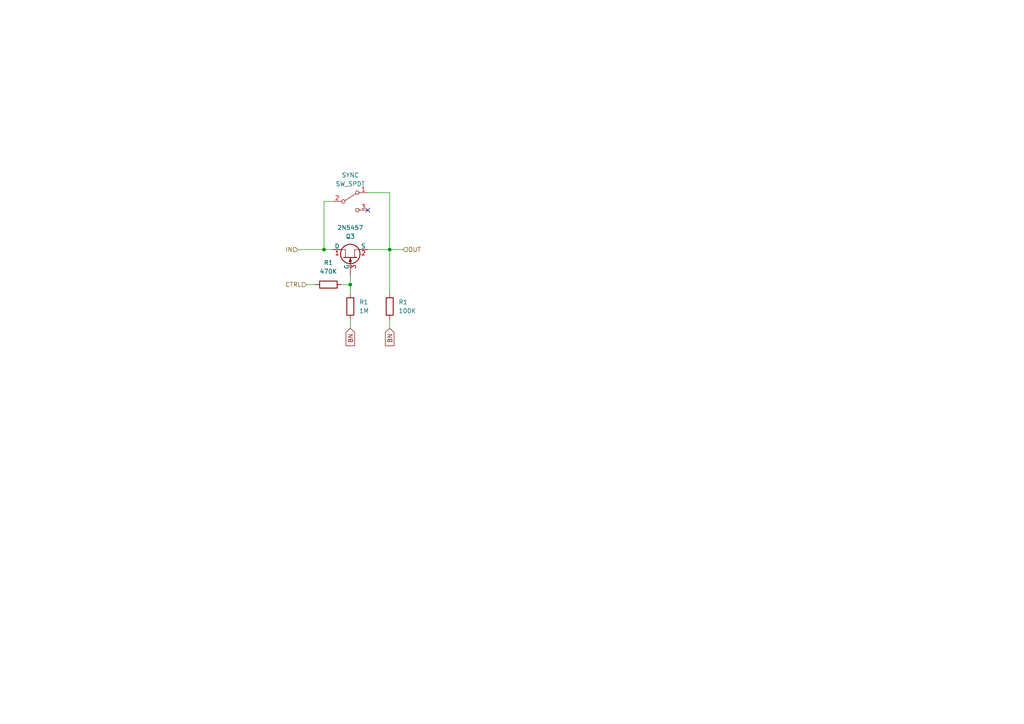
<source format=kicad_sch>
(kicad_sch (version 20230121) (generator eeschema)
  (paper "A4")
  (lib_symbols
    (symbol "Device:Q_NJFET_DSG" (pin_names (offset 0))
      (property "Reference" "Q" (at 5.08 1.27 0))
      (property "Value" "Q_NJFET_DSG" (at 5.08 -1.27 0))
      (symbol "Q_NJFET_DSG_0_1"
        (polyline (pts (xy 0.254 1.905) (xy 0.254 -1.905) (xy 0.254 -1.905)) (stroke (width 0.254)))
        (polyline (pts (xy 2.54 -2.54) (xy 2.54 -1.27) (xy 0.254 -1.27)))
        (polyline (pts (xy 2.54 2.54) (xy 2.54 1.397) (xy 0.254 1.397)))
        (polyline (pts (xy 0 0) (xy -1.016 0.381) (xy -1.016 -0.381) (xy 0 0)) (fill (type outline)))
        (circle (center 1.27 0) (radius 2.8194) (stroke (width 0.254)))
      )
      (symbol "Q_NJFET_DSG_1_1"
        (pin passive line (at 2.54 5.08 270) (length 2.54) (name "D") (number "1"))
        (pin passive line (at 2.54 -5.08 90) (length 2.54) (name "S") (number "2"))
        (pin input line (at -5.08 0 0) (length 5.334) (name "G") (number "3"))
      )
    )
    (symbol "Device:R" (pin_numbers hide) (pin_names (offset 0))
      (property "Reference" "R" (at 2.032 0 90))
      (property "Value" "R" (at 0 0 90))
      (symbol "R_0_1"
        (rectangle (start -1.016 -2.54) (end 1.016 2.54) (stroke (width 0.254)))
      )
      (symbol "R_1_1"
        (pin passive line (at 0 3.81 270) (length 1.27) (name "~") (number "1"))
        (pin passive line (at 0 -3.81 90) (length 1.27) (name "~") (number "2"))
      )
    )
    (symbol "Switch:SW_SPDT" (pin_names (offset 0) hide)
      (property "Reference" "SW" (at 0 4.318 0))
      (property "Value" "SW_SPDT" (at 0 -5.08 0))
      (symbol "SW_SPDT_0_0"
        (circle (center -2.032 0) (radius 0.508))
        (circle (center 2.032 -2.54) (radius 0.508))
      )
      (symbol "SW_SPDT_0_1"
        (polyline (pts (xy -1.524 0.254) (xy 1.651 2.286)))
        (circle (center 2.032 2.54) (radius 0.508))
      )
      (symbol "SW_SPDT_1_1"
        (pin passive line (at 5.08 2.54 180) (length 2.54) (name "A") (number "1"))
        (pin passive line (at -5.08 0 0) (length 2.54) (name "B") (number "2"))
        (pin passive line (at 5.08 -2.54 180) (length 2.54) (name "C") (number "3"))
      )
    )
  )
  (junction (at 101.6 82.55))
  (junction (at 93.98 72.39))
  (junction (at 113.03 72.39))
  (no_connect (at 106.68 60.96))
  (wire (pts (xy 86.36 72.39) (xy 93.98 72.39)))
  (wire (pts (xy 96.52 58.42) (xy 93.98 58.42)))
  (wire (pts (xy 106.68 72.39) (xy 113.03 72.39)))
  (wire (pts (xy 106.68 55.88) (xy 113.03 55.88)))
  (wire (pts (xy 99.06 82.55) (xy 101.6 82.55)))
  (wire (pts (xy 113.03 55.88) (xy 113.03 72.39)))
  (wire (pts (xy 101.6 92.71) (xy 101.6 95.25)))
  (wire (pts (xy 88.9 82.55) (xy 91.44 82.55)))
  (wire (pts (xy 113.03 72.39) (xy 113.03 85.09)))
  (wire (pts (xy 93.98 72.39) (xy 96.52 72.39)))
  (wire (pts (xy 113.03 92.71) (xy 113.03 95.25)))
  (wire (pts (xy 113.03 72.39) (xy 116.84 72.39)))
  (wire (pts (xy 93.98 58.42) (xy 93.98 72.39)))
  (wire (pts (xy 101.6 80.01) (xy 101.6 82.55)))
  (wire (pts (xy 101.6 82.55) (xy 101.6 85.09)))
  (global_label "BN" (shape input) (at 101.6 95.25 270) (property "Intersheetrefs" "${INTERSHEET_REFS}" (effects hide)))
  (global_label "BN" (shape input) (at 113.03 95.25 270) (property "Intersheetrefs" "${INTERSHEET_REFS}" (effects hide)))
  (hierarchical_label "OUT" (shape input) (at 116.84 72.39 0))
  (hierarchical_label "IN" (shape input) (at 86.36 72.39 180))
  (hierarchical_label "CTRL" (shape input) (at 88.9 82.55 180))
  (symbol (lib_id "Switch:SW_SPDT") (at 101.6 58.42 0) (unit 1)
    (property "Reference" "SYNC" (at 101.6 50.8 0))
    (property "Value" "SW_SPDT" (at 101.6 53.34 0))
    (property "Footprint" "benjiaomodular:ToggleSwitch_MTS-102_SPDT" (effects hide))
    (instances (project "Noise Toaster" (path "" (reference "SYNC") (unit 1)) (path "" (reference "NOISE_TO_VCF") (unit 1)) (path "" (reference "VCA_BYPASS1") (unit 1))))
  )
  (symbol (lib_id "Device:R") (at 113.03 88.9 180) (unit 1)
    (property "Reference" "R1" (at 115.57 87.63 0) (effects (justify right)))
    (property "Value" "100K" (at 115.57 90.17 0) (effects (justify right)))
    (property "Footprint" "Library:R_Axial_DIN0207_L6.3mm_D2.5mm_P7.62mm_Horizontal" (effects hide))
    (instances (project "Noise Toaster" (path "" (reference "R1") (unit 1)) (path "" (reference "R36") (unit 1)) (path "" (reference "R41") (unit 1))))
  )
  (symbol (lib_id "Device:R") (at 101.6 88.9 180) (unit 1)
    (property "Reference" "R1" (at 104.14 87.63 0) (effects (justify right)))
    (property "Value" "1M" (at 104.14 90.17 0) (effects (justify right)))
    (property "Footprint" "Library:R_Axial_DIN0207_L6.3mm_D2.5mm_P7.62mm_Horizontal" (effects hide))
    (instances (project "Noise Toaster" (path "" (reference "R1") (unit 1)) (path "" (reference "R36") (unit 1)) (path "" (reference "R40") (unit 1))))
  )
  (symbol (lib_id "Device:Q_NJFET_DSG") (at 101.6 74.93 90) (unit 1)
    (property "Reference" "Q3" (at 101.6 68.58 90))
    (property "Value" "2N5457" (at 101.6 66.04 90))
    (property "Footprint" "Package_TO_SOT_THT:TO-92_HandSolder" (effects hide))
    (instances (project "Alien Screamer" (path "" (reference "Q3") (unit 1))) (project "Noise Toaster" (path "" (reference "Q3") (unit 1)) (path "" (reference "Q7") (unit 1)) (path "" (reference "Q8") (unit 1))))
  )
  (symbol (lib_id "Device:R") (at 95.25 82.55 270) (unit 1)
    (property "Reference" "R1" (at 95.25 76.2 90))
    (property "Value" "470K" (at 95.25 78.74 90))
    (property "Footprint" "Library:R_Axial_DIN0207_L6.3mm_D2.5mm_P7.62mm_Horizontal" (effects hide))
    (instances (project "Noise Toaster" (path "" (reference "R1") (unit 1)) (path "" (reference "R36") (unit 1)) (path "" (reference "R39") (unit 1))))
  )
)
</source>
